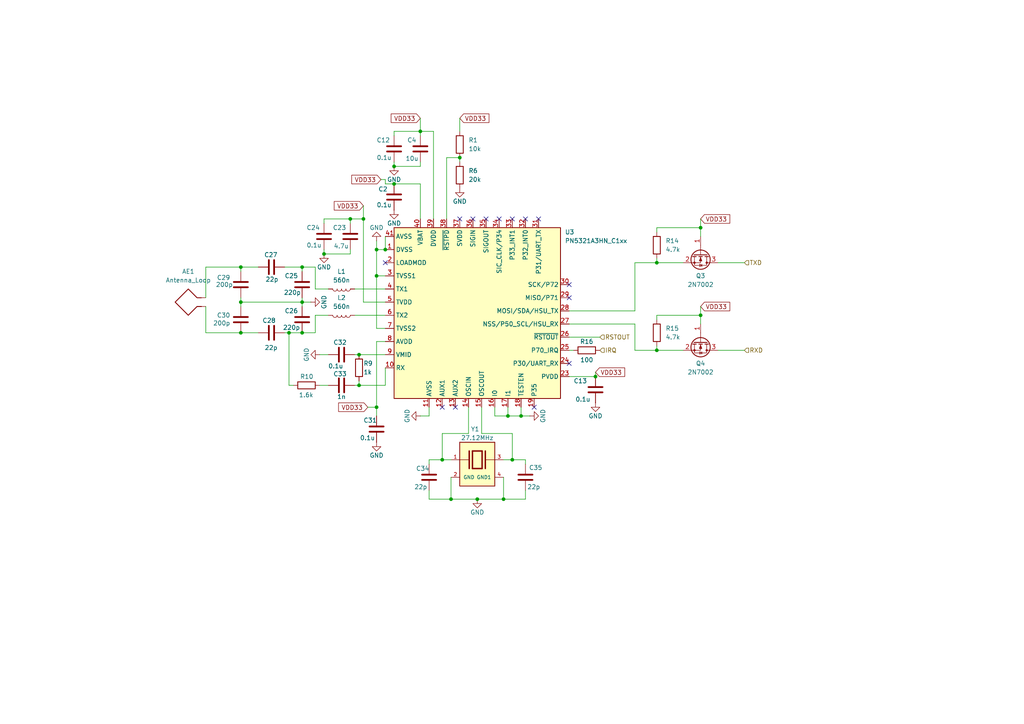
<source format=kicad_sch>
(kicad_sch (version 20250114) (generator "eeschema") (generator_version "9.0")
  (paper "A4")
  (title_block (title "RFID Module") (date "2025-07-22") (rev "1.0") (company "C. Boerner"))
  (lib_symbols
    (symbol "ABM8-27.120MHz-10-B1U-T:ABM8-27.120MHz-10-B1U-T" (pin_names (offset 1.016))
      (property "Reference" "Y1" (at 0 10.16 0))
      (property "Value" "ABM8-27.120MHz-10-B1U-T" (at 0 7.62 0))
      (symbol "ABM8-27.120MHz-10-B1U-T_0_0"
        (polyline (pts (xy -5.08 0) (xy -2.54 0)) (stroke (width 0.1524)))
        (rectangle (start -5.08 -7.62) (end 5.08 5.08) (stroke (width 0.254)) (fill (type background)))
        (polyline (pts (xy -2.3368 2.54) (xy -2.3368 -2.54)) (stroke (width 0.4064)))
        (polyline (pts (xy -1.397 2.54) (xy -1.397 -2.54)) (stroke (width 0.4064)))
        (polyline (pts (xy -1.397 2.54) (xy 1.397 2.54)) (stroke (width 0.4064)))
        (polyline (pts (xy 1.397 2.54) (xy 1.397 -2.54)) (stroke (width 0.4064)))
        (polyline (pts (xy 1.397 -2.54) (xy -1.397 -2.54)) (stroke (width 0.4064)))
        (polyline (pts (xy 2.3368 2.54) (xy 2.3368 -2.54)) (stroke (width 0.4064)))
        (polyline (pts (xy 2.54 0) (xy 5.08 0)) (stroke (width 0.1524)))
        (pin passive line (at -7.62 0 0) (length 2.54) (name "~") (number "1"))
        (pin power_in line (at -7.62 -5.08 0) (length 2.54) (name "GND") (number "2"))
        (pin passive line (at 7.62 0 180) (length 2.54) (name "~") (number "3"))
      )
      (symbol "ABM8-27.120MHz-10-B1U-T_1_0"
        (pin power_in line (at 7.62 -5.08 180) (length 2.54) (name "GND1") (number "4"))
      )
    )
    (symbol "Device:Antenna_Loop" (pin_numbers (hide yes)) (pin_names (offset 1.016) (hide yes))
      (property "Reference" "AE" (at 1.27 6.35 0))
      (property "Value" "Antenna_Loop" (at 1.27 5.08 0))
      (symbol "Antenna_Loop_0_1"
        (polyline (pts (xy 2.54 -3.81) (xy 2.54 -2.54) (xy 5.08 0) (xy 1.27 3.81) (xy -2.54 0) (xy 0 -2.54) (xy 0 -3.81)) (stroke (width 0.254)))
      )
      (symbol "Antenna_Loop_1_1"
        (pin input line (at 0 -5.08 90) (length 2.54) (name "~") (number "1"))
        (pin input line (at 2.54 -5.08 90) (length 2.54) (name "~") (number "2"))
      )
    )
    (symbol "Device:C" (pin_numbers (hide yes)) (pin_names (offset 0.254))
      (property "Reference" "C" (at 0.635 2.54 0))
      (property "Value" "C" (at 0.635 -2.54 0))
      (symbol "C_0_1"
        (polyline (pts (xy -2.032 0.762) (xy 2.032 0.762)) (stroke (width 0.508)))
        (polyline (pts (xy -2.032 -0.762) (xy 2.032 -0.762)) (stroke (width 0.508)))
      )
      (symbol "C_1_1"
        (pin passive line (at 0 3.81 270) (length 2.794) (name "~") (number "1"))
        (pin passive line (at 0 -3.81 90) (length 2.794) (name "~") (number "2"))
      )
    )
    (symbol "Device:L" (pin_numbers (hide yes)) (pin_names (offset 1.016) (hide yes))
      (property "Reference" "L" (at -1.27 0 90))
      (property "Value" "L" (at 1.905 0 90))
      (symbol "L_0_1"
        (arc (start 0 2.54) (mid 0.6323 1.905) (end 0 1.27))
        (arc (start 0 1.27) (mid 0.6323 0.635) (end 0 0))
        (arc (start 0 0) (mid 0.6323 -0.635) (end 0 -1.27))
        (arc (start 0 -1.27) (mid 0.6323 -1.905) (end 0 -2.54))
      )
      (symbol "L_1_1"
        (pin passive line (at 0 3.81 270) (length 1.27) (name "1") (number "1"))
        (pin passive line (at 0 -3.81 90) (length 1.27) (name "2") (number "2"))
      )
    )
    (symbol "Device:R" (pin_numbers (hide yes)) (pin_names (offset 0))
      (property "Reference" "R" (at 2.032 0 90))
      (property "Value" "R" (at 0 0 90))
      (symbol "R_0_1"
        (rectangle (start -1.016 -2.54) (end 1.016 2.54) (stroke (width 0.254)))
      )
      (symbol "R_1_1"
        (pin passive line (at 0 3.81 270) (length 1.27) (name "~") (number "1"))
        (pin passive line (at 0 -3.81 90) (length 1.27) (name "~") (number "2"))
      )
    )
    (symbol "RF_NFC:PN5321A3HN_C1xx"
      (property "Reference" "U3" (at 31.75 29.21 0))
      (property "Value" "PN5321A3HN_C1xx" (at 31.75 26.67 0))
      (symbol "PN5321A3HN_C1xx_0_1"
        (rectangle (start -17.78 30.48) (end 30.48 -19.05) (stroke (width 0.254)) (fill (type background)))
      )
      (symbol "PN5321A3HN_C1xx_1_1"
        (pin passive line (at -20.32 27.94 0) (length 2.54) (name "AVSS") (number "41"))
        (pin power_in line (at -20.32 24.13 0) (length 2.54) (name "DVSS") (number "1"))
        (pin output line (at -20.32 20.32 0) (length 2.54) (name "LOADMOD") (number "2"))
        (pin power_in line (at -20.32 16.51 0) (length 2.54) (name "TVSS1") (number "3"))
        (pin output line (at -20.32 12.7 0) (length 2.54) (name "TX1") (number "4"))
        (pin power_in line (at -20.32 8.89 0) (length 2.54) (name "TVDD") (number "5"))
        (pin output line (at -20.32 5.08 0) (length 2.54) (name "TX2") (number "6"))
        (pin power_in line (at -20.32 1.27 0) (length 2.54) (name "TVSS2") (number "7"))
        (pin power_in line (at -20.32 -2.54 0) (length 2.54) (name "AVDD") (number "8"))
        (pin output line (at -20.32 -6.35 0) (length 2.54) (name "VMID") (number "9"))
        (pin input line (at -20.32 -10.16 0) (length 2.54) (name "RX") (number "10"))
        (pin power_in line (at -10.16 33.02 270) (length 2.54) (name "VBAT") (number "40"))
        (pin power_in line (at -7.62 -21.59 90) (length 2.54) (name "AVSS") (number "11"))
        (pin power_out line (at -6.35 33.02 270) (length 2.54) (name "DVDD") (number "39"))
        (pin output line (at -3.81 -21.59 90) (length 2.54) (name "AUX1") (number "12"))
        (pin input line (at -2.54 33.02 270) (length 2.54) (name "~{RSTPD}") (number "38"))
        (pin output line (at 0 -21.59 90) (length 2.54) (name "AUX2") (number "13"))
        (pin output line (at 1.27 33.02 270) (length 2.54) (name "SVDD") (number "37"))
        (pin input line (at 3.81 -21.59 90) (length 2.54) (name "OSCIN") (number "14"))
        (pin input line (at 5.08 33.02 270) (length 2.54) (name "SIGIN") (number "36"))
        (pin output line (at 7.62 -21.59 90) (length 2.54) (name "OSCOUT") (number "15"))
        (pin output line (at 8.89 33.02 270) (length 2.54) (name "SIGOUT") (number "35"))
        (pin passive line (at 11.43 -21.59 90) (length 2.54) (name "I0") (number "16"))
        (pin bidirectional line (at 12.7 33.02 270) (length 2.54) (name "SIC_CLK/P34") (number "34"))
        (pin passive line (at 15.24 -21.59 90) (length 2.54) (name "I1") (number "17"))
        (pin bidirectional line (at 16.51 33.02 270) (length 2.54) (name "P33_INT1") (number "33"))
        (pin no_connect line (at 17.78 -2.54 180) (length 2.54) (hide yes) (name "N.C.") (number "20"))
        (pin no_connect line (at 17.78 -5.08 180) (length 2.54) (hide yes) (name "N.C.") (number "21"))
        (pin no_connect line (at 17.78 -7.62 180) (length 2.54) (hide yes) (name "N.C.") (number "22"))
        (pin passive line (at 19.05 -21.59 90) (length 2.54) (name "TESTEN") (number "18"))
        (pin bidirectional line (at 20.32 33.02 270) (length 2.54) (name "P32_INT0") (number "32"))
        (pin bidirectional line (at 22.86 -21.59 90) (length 2.54) (name "P35") (number "19"))
        (pin bidirectional line (at 24.13 33.02 270) (length 2.54) (name "P31/UART_TX") (number "31"))
        (pin bidirectional line (at 33.02 13.97 180) (length 2.54) (name "SCK/P72") (number "30"))
        (pin bidirectional line (at 33.02 10.16 180) (length 2.54) (name "MISO/P71") (number "29"))
        (pin bidirectional line (at 33.02 6.35 180) (length 2.54) (name "MOSI/SDA/HSU_TX") (number "28"))
        (pin bidirectional line (at 33.02 2.54 180) (length 2.54) (name "NSS/P50_SCL/HSU_RX") (number "27"))
        (pin output line (at 33.02 -1.27 180) (length 2.54) (name "~{RSTOUT}") (number "26"))
        (pin bidirectional line (at 33.02 -5.08 180) (length 2.54) (name "P70_IRQ") (number "25"))
        (pin bidirectional line (at 33.02 -8.89 180) (length 2.54) (name "P30/UART_RX") (number "24"))
        (pin power_in line (at 33.02 -12.7 180) (length 2.54) (name "PVDD") (number "23"))
      )
    )
    (symbol "Transistor_FET:2N7002" (pin_names (offset 0) (hide yes))
      (property "Reference" "Q" (at 5.08 1.905 0))
      (property "Value" "2N7002" (at 5.08 0 0))
      (symbol "2N7002_0_1"
        (polyline (pts (xy 0.254 1.905) (xy 0.254 -1.905)) (stroke (width 0.254)))
        (polyline (pts (xy 0.254 0) (xy -2.54 0)))
        (polyline (pts (xy 0.762 2.286) (xy 0.762 1.27)) (stroke (width 0.254)))
        (polyline (pts (xy 0.762 0.508) (xy 0.762 -0.508)) (stroke (width 0.254)))
        (polyline (pts (xy 0.762 -1.27) (xy 0.762 -2.286)) (stroke (width 0.254)))
        (polyline (pts (xy 0.762 -1.778) (xy 3.302 -1.778) (xy 3.302 1.778) (xy 0.762 1.778)))
        (polyline (pts (xy 1.016 0) (xy 2.032 0.381) (xy 2.032 -0.381) (xy 1.016 0)) (fill (type outline)))
        (circle (center 1.651 0) (radius 2.794) (stroke (width 0.254)))
        (polyline (pts (xy 2.54 2.54) (xy 2.54 1.778)))
        (circle (center 2.54 1.778) (radius 0.254) (fill (type outline)))
        (circle (center 2.54 -1.778) (radius 0.254) (fill (type outline)))
        (polyline (pts (xy 2.54 -2.54) (xy 2.54 0) (xy 0.762 0)))
        (polyline (pts (xy 2.921 0.381) (xy 3.683 0.381)))
        (polyline (pts (xy 3.302 0.381) (xy 2.921 -0.254) (xy 3.683 -0.254) (xy 3.302 0.381)))
      )
      (symbol "2N7002_1_1"
        (pin input line (at -5.08 0 0) (length 2.54) (name "G") (number "1"))
        (pin passive line (at 2.54 5.08 270) (length 2.54) (name "D") (number "3"))
        (pin passive line (at 2.54 -5.08 90) (length 2.54) (name "S") (number "2"))
      )
    )
    (symbol "power:GND" (power) (pin_numbers (hide yes)) (pin_names (offset 0) (hide yes))
      (property "Value" "GND" (at 0 -3.81 0))
      (symbol "GND_0_1"
        (polyline (pts (xy 0 0) (xy 0 -1.27) (xy 1.27 -1.27) (xy 0 -2.54) (xy -1.27 -1.27) (xy 0 -1.27)))
      )
      (symbol "GND_1_1"
        (pin power_in line (at 0 0 270) (length 0) (name "~") (number "1"))
      )
    )
  )
  (junction (at 146.05 144.78))
  (junction (at 87.63 77.47))
  (junction (at 111.76 72.39))
  (junction (at 104.14 102.87))
  (junction (at 114.3 48.26))
  (junction (at 109.22 80.01))
  (junction (at 69.85 96.52))
  (junction (at 87.63 87.63))
  (junction (at 172.72 109.22))
  (junction (at 105.41 63.5))
  (junction (at 69.85 77.47))
  (junction (at 109.22 118.11))
  (junction (at 87.63 96.52))
  (junction (at 203.2 66.04))
  (junction (at 203.2 91.44))
  (junction (at 114.3 53.34))
  (junction (at 138.43 144.78))
  (junction (at 93.98 73.66))
  (junction (at 147.32 120.65))
  (junction (at 101.6 63.5))
  (junction (at 190.5 101.6))
  (junction (at 83.82 96.52))
  (junction (at 130.81 144.78))
  (junction (at 151.13 120.65))
  (junction (at 148.59 133.35))
  (junction (at 128.27 133.35))
  (junction (at 104.14 111.76))
  (junction (at 109.22 72.39))
  (junction (at 69.85 87.63))
  (junction (at 190.5 76.2))
  (junction (at 121.92 38.1))
  (junction (at 133.35 45.72))
  (no_connect (at 156.21 63.5))
  (no_connect (at 152.4 63.5))
  (no_connect (at 128.27 118.11))
  (no_connect (at 133.35 63.5))
  (no_connect (at 111.76 76.2))
  (no_connect (at 165.1 86.36))
  (no_connect (at 137.16 63.5))
  (no_connect (at 140.97 63.5))
  (no_connect (at 165.1 82.55))
  (no_connect (at 148.59 63.5))
  (no_connect (at 132.08 118.11))
  (no_connect (at 154.94 118.11))
  (no_connect (at 144.78 63.5))
  (no_connect (at 165.1 105.41))
  (wire (pts (xy 165.1 90.17) (xy 184.15 90.17)))
  (wire (pts (xy 129.54 63.5) (xy 129.54 45.72)))
  (wire (pts (xy 87.63 87.63) (xy 90.17 87.63)))
  (wire (pts (xy 203.2 91.44) (xy 203.2 93.98)))
  (wire (pts (xy 105.41 59.69) (xy 105.41 63.5)))
  (wire (pts (xy 153.67 120.65) (xy 151.13 120.65)))
  (wire (pts (xy 146.05 144.78) (xy 138.43 144.78)))
  (wire (pts (xy 128.27 125.73) (xy 128.27 133.35)))
  (wire (pts (xy 111.76 95.25) (xy 109.22 95.25)))
  (wire (pts (xy 91.44 77.47) (xy 87.63 77.47)))
  (wire (pts (xy 102.87 102.87) (xy 104.14 102.87)))
  (wire (pts (xy 147.32 120.65) (xy 151.13 120.65)))
  (wire (pts (xy 93.98 73.66) (xy 101.6 73.66)))
  (wire (pts (xy 114.3 38.1) (xy 121.92 38.1)))
  (wire (pts (xy 102.87 111.76) (xy 104.14 111.76)))
  (wire (pts (xy 83.82 96.52) (xy 87.63 96.52)))
  (wire (pts (xy 203.2 88.9) (xy 203.2 91.44)))
  (wire (pts (xy 101.6 73.66) (xy 101.6 72.39)))
  (wire (pts (xy 151.13 120.65) (xy 151.13 118.11)))
  (wire (pts (xy 165.1 97.79) (xy 173.99 97.79)))
  (wire (pts (xy 105.41 63.5) (xy 101.6 63.5)))
  (wire (pts (xy 148.59 133.35) (xy 152.4 133.35)))
  (wire (pts (xy 101.6 63.5) (xy 93.98 63.5)))
  (wire (pts (xy 111.76 106.68) (xy 111.76 111.76)))
  (wire (pts (xy 109.22 72.39) (xy 109.22 80.01)))
  (wire (pts (xy 111.76 111.76) (xy 104.14 111.76)))
  (wire (pts (xy 91.44 96.52) (xy 91.44 91.44)))
  (wire (pts (xy 124.46 142.24) (xy 124.46 144.78)))
  (wire (pts (xy 190.5 101.6) (xy 198.12 101.6)))
  (wire (pts (xy 114.3 48.26) (xy 121.92 48.26)))
  (wire (pts (xy 83.82 96.52) (xy 82.55 96.52)))
  (wire (pts (xy 104.14 102.87) (xy 111.76 102.87)))
  (wire (pts (xy 121.92 38.1) (xy 121.92 39.37)))
  (wire (pts (xy 121.92 38.1) (xy 125.73 38.1)))
  (wire (pts (xy 109.22 72.39) (xy 111.76 72.39)))
  (wire (pts (xy 165.1 101.6) (xy 166.37 101.6)))
  (wire (pts (xy 124.46 118.11) (xy 124.46 120.65)))
  (wire (pts (xy 106.68 118.11) (xy 109.22 118.11)))
  (wire (pts (xy 109.22 80.01) (xy 109.22 95.25)))
  (wire (pts (xy 59.69 77.47) (xy 69.85 77.47)))
  (wire (pts (xy 124.46 120.65) (xy 121.92 120.65)))
  (wire (pts (xy 203.2 66.04) (xy 203.2 68.58)))
  (wire (pts (xy 208.28 76.2) (xy 215.9 76.2)))
  (wire (pts (xy 147.32 118.11) (xy 147.32 120.65)))
  (wire (pts (xy 109.22 99.06) (xy 109.22 118.11)))
  (wire (pts (xy 69.85 77.47) (xy 69.85 78.74)))
  (wire (pts (xy 129.54 45.72) (xy 133.35 45.72)))
  (wire (pts (xy 114.3 38.1) (xy 114.3 39.37)))
  (wire (pts (xy 87.63 96.52) (xy 91.44 96.52)))
  (wire (pts (xy 101.6 63.5) (xy 101.6 64.77)))
  (wire (pts (xy 114.3 53.34) (xy 121.92 53.34)))
  (wire (pts (xy 91.44 91.44) (xy 95.25 91.44)))
  (wire (pts (xy 93.98 72.39) (xy 93.98 73.66)))
  (wire (pts (xy 190.5 100.33) (xy 190.5 101.6)))
  (wire (pts (xy 190.5 91.44) (xy 203.2 91.44)))
  (wire (pts (xy 190.5 76.2) (xy 198.12 76.2)))
  (wire (pts (xy 69.85 87.63) (xy 69.85 88.9)))
  (wire (pts (xy 184.15 93.98) (xy 184.15 101.6)))
  (wire (pts (xy 143.51 120.65) (xy 147.32 120.65)))
  (wire (pts (xy 135.89 118.11) (xy 135.89 125.73)))
  (wire (pts (xy 83.82 96.52) (xy 83.82 111.76)))
  (wire (pts (xy 152.4 144.78) (xy 146.05 144.78)))
  (wire (pts (xy 95.25 83.82) (xy 91.44 83.82)))
  (wire (pts (xy 87.63 86.36) (xy 87.63 87.63)))
  (wire (pts (xy 109.22 118.11) (xy 109.22 120.65)))
  (wire (pts (xy 69.85 96.52) (xy 74.93 96.52)))
  (wire (pts (xy 184.15 76.2) (xy 190.5 76.2)))
  (wire (pts (xy 124.46 144.78) (xy 130.81 144.78)))
  (wire (pts (xy 102.87 91.44) (xy 111.76 91.44)))
  (wire (pts (xy 105.41 87.63) (xy 105.41 63.5)))
  (wire (pts (xy 208.28 101.6) (xy 215.9 101.6)))
  (wire (pts (xy 111.76 87.63) (xy 105.41 87.63)))
  (wire (pts (xy 69.85 87.63) (xy 87.63 87.63)))
  (wire (pts (xy 109.22 80.01) (xy 111.76 80.01)))
  (wire (pts (xy 87.63 87.63) (xy 87.63 88.9)))
  (wire (pts (xy 143.51 118.11) (xy 143.51 120.65)))
  (wire (pts (xy 121.92 46.99) (xy 121.92 48.26)))
  (wire (pts (xy 203.2 63.5) (xy 203.2 66.04)))
  (wire (pts (xy 130.81 144.78) (xy 138.43 144.78)))
  (wire (pts (xy 69.85 86.36) (xy 69.85 87.63)))
  (wire (pts (xy 146.05 138.43) (xy 146.05 144.78)))
  (wire (pts (xy 152.4 142.24) (xy 152.4 144.78)))
  (wire (pts (xy 190.5 67.31) (xy 190.5 66.04)))
  (wire (pts (xy 85.09 111.76) (xy 83.82 111.76)))
  (wire (pts (xy 114.3 46.99) (xy 114.3 48.26)))
  (wire (pts (xy 111.76 52.07) (xy 110.49 52.07)))
  (wire (pts (xy 92.71 102.87) (xy 95.25 102.87)))
  (wire (pts (xy 121.92 34.29) (xy 121.92 38.1)))
  (wire (pts (xy 104.14 110.49) (xy 104.14 111.76)))
  (wire (pts (xy 165.1 109.22) (xy 172.72 109.22)))
  (wire (pts (xy 184.15 90.17) (xy 184.15 76.2)))
  (wire (pts (xy 124.46 133.35) (xy 128.27 133.35)))
  (wire (pts (xy 125.73 38.1) (xy 125.73 63.5)))
  (wire (pts (xy 152.4 134.62) (xy 152.4 133.35)))
  (wire (pts (xy 148.59 133.35) (xy 146.05 133.35)))
  (wire (pts (xy 111.76 68.58) (xy 111.76 72.39)))
  (wire (pts (xy 190.5 74.93) (xy 190.5 76.2)))
  (wire (pts (xy 59.69 86.36) (xy 59.69 77.47)))
  (wire (pts (xy 139.7 118.11) (xy 139.7 125.73)))
  (wire (pts (xy 74.93 77.47) (xy 69.85 77.47)))
  (wire (pts (xy 87.63 77.47) (xy 87.63 78.74)))
  (wire (pts (xy 165.1 93.98) (xy 184.15 93.98)))
  (wire (pts (xy 91.44 83.82) (xy 91.44 77.47)))
  (wire (pts (xy 92.71 111.76) (xy 95.25 111.76)))
  (wire (pts (xy 133.35 45.72) (xy 133.35 46.99)))
  (wire (pts (xy 93.98 63.5) (xy 93.98 64.77)))
  (wire (pts (xy 109.22 69.85) (xy 109.22 72.39)))
  (wire (pts (xy 184.15 101.6) (xy 190.5 101.6)))
  (wire (pts (xy 133.35 34.29) (xy 133.35 38.1)))
  (wire (pts (xy 124.46 134.62) (xy 124.46 133.35)))
  (wire (pts (xy 102.87 83.82) (xy 111.76 83.82)))
  (wire (pts (xy 128.27 133.35) (xy 130.81 133.35)))
  (wire (pts (xy 111.76 53.34) (xy 114.3 53.34)))
  (wire (pts (xy 190.5 66.04) (xy 203.2 66.04)))
  (wire (pts (xy 190.5 92.71) (xy 190.5 91.44)))
  (wire (pts (xy 82.55 77.47) (xy 87.63 77.47)))
  (wire (pts (xy 139.7 125.73) (xy 148.59 125.73)))
  (wire (pts (xy 111.76 52.07) (xy 111.76 53.34)))
  (wire (pts (xy 121.92 53.34) (xy 121.92 63.5)))
  (wire (pts (xy 130.81 138.43) (xy 130.81 144.78)))
  (wire (pts (xy 172.72 107.95) (xy 172.72 109.22)))
  (wire (pts (xy 148.59 125.73) (xy 148.59 133.35)))
  (wire (pts (xy 59.69 96.52) (xy 69.85 96.52)))
  (wire (pts (xy 135.89 125.73) (xy 128.27 125.73)))
  (wire (pts (xy 59.69 88.9) (xy 59.69 96.52)))
  (wire (pts (xy 109.22 99.06) (xy 111.76 99.06)))
  (global_label "VDD33" (shape input) (at 110.49 52.07 180) (property "Intersheetrefs" "${INTERSHEET_REFS}" (effects (hide yes))))
  (global_label "VDD33" (shape input) (at 203.2 88.9 0) (property "Intersheetrefs" "${INTERSHEET_REFS}" (effects (hide yes))))
  (global_label "VDD33" (shape input) (at 133.35 34.29 0) (property "Intersheetrefs" "${INTERSHEET_REFS}" (effects (hide yes))))
  (global_label "VDD33" (shape input) (at 203.2 63.5 0) (property "Intersheetrefs" "${INTERSHEET_REFS}" (effects (hide yes))))
  (global_label "VDD33" (shape input) (at 121.92 34.29 180) (property "Intersheetrefs" "${INTERSHEET_REFS}" (effects (hide yes))))
  (global_label "VDD33" (shape input) (at 106.68 118.11 180) (property "Intersheetrefs" "${INTERSHEET_REFS}" (effects (hide yes))))
  (global_label "VDD33" (shape input) (at 172.72 107.95 0) (property "Intersheetrefs" "${INTERSHEET_REFS}" (effects (hide yes))))
  (global_label "VDD33" (shape input) (at 105.41 59.69 180) (property "Intersheetrefs" "${INTERSHEET_REFS}" (effects (hide yes))))
  (hierarchical_label "RSTOUT" (shape input) (at 173.99 97.79 0))
  (hierarchical_label "RXD" (shape input) (at 215.9 101.6 0))
  (hierarchical_label "TXD" (shape input) (at 215.9 76.2 0))
  (hierarchical_label "IRQ" (shape input) (at 173.99 101.6 0))
  (symbol (lib_id "Device:C") (at 172.72 113.03 0) (unit 1)
    (property "Reference" "C13" (at 166.37 110.49 0) (effects (justify left)))
    (property "Value" "0.1u" (at 166.878 115.824 0) (effects (justify left)))
    (property "Description" "Unpolarized capacitor" (effects (hide yes)))
  )
  (symbol (lib_id "power:GND") (at 90.17 87.63 90) (unit 1)
    (property "Reference" "#PWR028" (effects (hide yes)))
    (property "Value" "GND" (at 93.98 87.63 0))
    (property "Description" "Power symbol creates a global label with name \"GND\" , ground" (effects (hide yes)))
  )
  (symbol (lib_id "power:GND") (at 114.3 60.96 0) (unit 1)
    (property "Reference" "#PWR018" (effects (hide yes)))
    (property "Value" "GND" (at 114.3 64.77 0))
    (property "Description" "Power symbol creates a global label with name \"GND\" , ground" (effects (hide yes)))
  )
  (symbol (lib_id "Device:R") (at 104.14 106.68 180) (unit 1)
    (property "Reference" "R9" (at 105.41 105.41 0) (effects (justify right)))
    (property "Value" "1k" (at 105.41 107.95 0) (effects (justify right)))
    (property "Description" "Resistor" (effects (hide yes)))
  )
  (symbol (lib_id "power:GND") (at 109.22 69.85 180) (unit 1)
    (property "Reference" "#PWR026" (effects (hide yes)))
    (property "Value" "GND" (at 109.22 66.04 0))
    (property "Description" "Power symbol creates a global label with name \"GND\" , ground" (effects (hide yes)))
  )
  (symbol (lib_id "power:GND") (at 172.72 116.84 0) (unit 1)
    (property "Reference" "#PWR021" (effects (hide yes)))
    (property "Value" "GND" (at 172.72 120.65 0))
    (property "Description" "Power symbol creates a global label with name \"GND\" , ground" (effects (hide yes)))
  )
  (symbol (lib_id "power:GND") (at 92.71 102.87 270) (unit 1)
    (property "Reference" "#PWR030" (effects (hide yes)))
    (property "Value" "GND" (at 88.9 102.87 0))
    (property "Description" "Power symbol creates a global label with name \"GND\" , ground" (effects (hide yes)))
  )
  (symbol (lib_id "Device:C") (at 109.22 124.46 0) (unit 1)
    (property "Reference" "C31" (at 105.41 121.92 0) (effects (justify left)))
    (property "Value" "0.1u" (at 104.394 127 0) (effects (justify left)))
    (property "Description" "Unpolarized capacitor" (effects (hide yes)))
  )
  (symbol (lib_id "Device:C") (at 99.06 102.87 90) (unit 1)
    (property "Reference" "C32" (at 100.584 99.314 90) (effects (justify left)))
    (property "Value" "0.1u" (at 99.568 106.172 90) (effects (justify left)))
    (property "Description" "Unpolarized capacitor" (effects (hide yes)))
  )
  (symbol (lib_id "Device:C") (at 69.85 92.71 180) (unit 1)
    (property "Reference" "C30" (at 66.802 91.44 0) (effects (justify left)))
    (property "Value" "200p" (at 66.802 93.726 0) (effects (justify left)))
    (property "Description" "Unpolarized capacitor" (effects (hide yes)))
  )
  (symbol (lib_id "Device:L") (at 99.06 91.44 270) (unit 1)
    (property "Reference" "L2" (at 99.06 86.36 90))
    (property "Value" "560n" (at 99.06 88.9 90))
    (property "Description" "Inductor" (effects (hide yes)))
  )
  (symbol (lib_id "Device:R") (at 190.5 71.12 180) (unit 1)
    (property "Reference" "R14" (at 193.04 69.8499 0) (effects (justify right)))
    (property "Value" "4.7k" (at 193.04 72.3899 0) (effects (justify right)))
    (property "Description" "Resistor" (effects (hide yes)))
  )
  (symbol (lib_id "Device:C") (at 124.46 138.43 0) (unit 1)
    (property "Reference" "C34" (at 120.65 135.89 0) (effects (justify left)))
    (property "Value" "22p" (at 120.142 141.224 0) (effects (justify left)))
    (property "Description" "Unpolarized capacitor" (effects (hide yes)))
  )
  (symbol (lib_id "power:GND") (at 121.92 120.65 270) (unit 1)
    (property "Reference" "#PWR025" (effects (hide yes)))
    (property "Value" "GND" (at 118.11 120.65 0))
    (property "Description" "Power symbol creates a global label with name \"GND\" , ground" (effects (hide yes)))
  )
  (symbol (lib_id "Device:C") (at 114.3 43.18 0) (unit 1)
    (property "Reference" "C12" (at 109.22 40.64 0) (effects (justify left)))
    (property "Value" "0.1u" (at 109.22 45.72 0) (effects (justify left)))
    (property "Description" "Unpolarized capacitor" (effects (hide yes)))
  )
  (symbol (lib_id "Device:C") (at 78.74 96.52 90) (unit 1)
    (property "Reference" "C28" (at 80.01 92.964 90) (effects (justify left)))
    (property "Value" "22p" (at 80.518 100.838 90) (effects (justify left)))
    (property "Description" "Unpolarized capacitor" (effects (hide yes)))
  )
  (symbol (lib_id "power:GND") (at 133.35 54.61 0) (unit 1)
    (property "Reference" "#PWR020" (effects (hide yes)))
    (property "Value" "GND" (at 133.35 58.42 0))
    (property "Description" "Power symbol creates a global label with name \"GND\" , ground" (effects (hide yes)))
  )
  (symbol (lib_id "Device:C") (at 114.3 57.15 0) (unit 1)
    (property "Reference" "C2" (at 109.728 54.864 0) (effects (justify left)))
    (property "Value" "0.1u" (at 109.22 59.436 0) (effects (justify left)))
    (property "Description" "Unpolarized capacitor" (effects (hide yes)))
  )
  (symbol (lib_id "power:GND") (at 114.3 48.26 0) (unit 1)
    (property "Reference" "#PWR019" (effects (hide yes)))
    (property "Value" "GND" (at 114.3 52.07 0))
    (property "Description" "Power symbol creates a global label with name \"GND\" , ground" (effects (hide yes)))
  )
  (symbol (lib_id "Device:Antenna_Loop") (at 54.61 88.9 90) (unit 1)
    (property "Reference" "AE1" (at 54.61 78.74 90))
    (property "Value" "Antenna_Loop" (at 54.61 81.28 90))
    (property "Description" "Loop antenna" (effects (hide yes)))
  )
  (symbol (lib_id "Device:L") (at 99.06 83.82 270) (unit 1)
    (property "Reference" "L1" (at 99.06 78.74 90))
    (property "Value" "560n" (at 99.06 81.28 90))
    (property "Description" "Inductor" (effects (hide yes)))
  )
  (symbol (lib_id "Device:R") (at 133.35 41.91 180) (unit 1)
    (property "Reference" "R1" (at 135.89 40.6399 0) (effects (justify right)))
    (property "Value" "10k" (at 135.89 43.1799 0) (effects (justify right)))
    (property "Description" "Resistor" (effects (hide yes)))
  )
  (symbol (lib_id "Device:R") (at 88.9 111.76 270) (unit 1)
    (property "Reference" "R10" (at 90.932 109.22 90) (effects (justify right)))
    (property "Value" "1.6k" (at 90.932 114.554 90) (effects (justify right)))
    (property "Description" "Resistor" (effects (hide yes)))
  )
  (symbol (lib_id "ABM8-27.120MHz-10-B1U-T:ABM8-27.120MHz-10-B1U-T") (at 138.43 133.35 0) (unit 1)
    (property "Reference" "Y1" (at 137.795 124.46 0))
    (property "Value" "27.12MHz" (at 138.43 127 0))
    (property "Footprint" "ABM8-27.120MHz-10-B1U-T:XTAL_ABM8-27.120MHz-10-B1U-T" (effects (hide yes)))
    (property "PARTREV" "44041" (effects (hide yes)))
    (property "STANDARD" "Manufacturer Recommendations" (effects (hide yes)))
    (property "MAXIMUM_PACKAGE_HEIGHT" "0.8 mm" (effects (hide yes)))
    (property "MANUFACTURER" "Abracon" (effects (hide yes)))
  )
  (symbol (lib_id "Device:C") (at 87.63 92.71 0) (unit 1)
    (property "Reference" "C26" (at 82.55 90.17 0) (effects (justify left)))
    (property "Value" "220p" (at 82.042 94.996 0) (effects (justify left)))
    (property "Description" "Unpolarized capacitor" (effects (hide yes)))
  )
  (symbol (lib_id "power:GND") (at 138.43 144.78 0) (unit 1)
    (property "Reference" "#PWR031" (effects (hide yes)))
    (property "Value" "GND" (at 138.43 148.59 0))
    (property "Description" "Power symbol creates a global label with name \"GND\" , ground" (effects (hide yes)))
  )
  (symbol (lib_id "power:GND") (at 93.98 73.66 0) (unit 1)
    (property "Reference" "#PWR027" (effects (hide yes)))
    (property "Value" "GND" (at 93.98 77.47 0))
    (property "Description" "Power symbol creates a global label with name \"GND\" , ground" (effects (hide yes)))
  )
  (symbol (lib_id "Device:C") (at 87.63 82.55 0) (unit 1)
    (property "Reference" "C25" (at 82.55 80.01 0) (effects (justify left)))
    (property "Value" "220p" (at 82.296 84.836 0) (effects (justify left)))
    (property "Description" "Unpolarized capacitor" (effects (hide yes)))
  )
  (symbol (lib_id "Device:C") (at 152.4 138.43 0) (unit 1)
    (property "Reference" "C35" (at 153.416 135.636 0) (effects (justify left)))
    (property "Value" "22p" (at 152.908 141.224 0) (effects (justify left)))
    (property "Description" "Unpolarized capacitor" (effects (hide yes)))
  )
  (symbol (lib_id "Device:C") (at 78.74 77.47 90) (unit 1)
    (property "Reference" "C27" (at 80.518 73.914 90) (effects (justify left)))
    (property "Value" "22p" (at 80.772 81.026 90) (effects (justify left)))
    (property "Description" "Unpolarized capacitor" (effects (hide yes)))
  )
  (symbol (lib_id "Device:C") (at 69.85 82.55 180) (unit 1)
    (property "Reference" "C29" (at 66.802 80.518 0) (effects (justify left)))
    (property "Value" "200p" (at 67.564 82.55 0) (effects (justify left)))
    (property "Description" "Unpolarized capacitor" (effects (hide yes)))
  )
  (symbol (lib_id "Device:R") (at 170.18 101.6 270) (unit 1)
    (property "Reference" "R16" (at 170.18 99.06 90))
    (property "Value" "100" (at 170.18 104.394 90))
    (property "Description" "Resistor" (effects (hide yes)))
  )
  (symbol (lib_id "Device:C") (at 121.92 43.18 0) (unit 1)
    (property "Reference" "C4" (at 118.11 40.64 0) (effects (justify left)))
    (property "Value" "10u" (at 117.602 45.974 0) (effects (justify left)))
    (property "Description" "Unpolarized capacitor" (effects (hide yes)))
  )
  (symbol (lib_id "Transistor_FET:2N7002") (at 203.2 99.06 270) (unit 1)
    (property "Reference" "Q4" (at 203.2 105.41 90))
    (property "Value" "2N7002" (at 203.2 107.95 90))
    (property "Footprint" "Package_TO_SOT_SMD:SOT-23" (effects (hide yes)))
    (property "Datasheet" "https://www.onsemi.com/pub/Collateral/NDS7002A-D.PDF" (effects (hide yes)))
    (property "Description" "0.115A Id, 60V Vds, N-Channel MOSFET, SOT-23" (effects (hide yes)))
  )
  (symbol (lib_id "power:GND") (at 153.67 120.65 90) (unit 1)
    (property "Reference" "#PWR024" (effects (hide yes)))
    (property "Value" "GND" (at 157.48 120.65 0))
    (property "Description" "Power symbol creates a global label with name \"GND\" , ground" (effects (hide yes)))
  )
  (symbol (lib_id "Transistor_FET:2N7002") (at 203.2 73.66 270) (unit 1)
    (property "Reference" "Q3" (at 203.2 80.01 90))
    (property "Value" "2N7002" (at 203.2 82.55 90))
    (property "Footprint" "Package_TO_SOT_SMD:SOT-23" (effects (hide yes)))
    (property "Datasheet" "https://www.onsemi.com/pub/Collateral/NDS7002A-D.PDF" (effects (hide yes)))
    (property "Description" "0.115A Id, 60V Vds, N-Channel MOSFET, SOT-23" (effects (hide yes)))
  )
  (symbol (lib_id "Device:C") (at 93.98 68.58 0) (unit 1)
    (property "Reference" "C24" (at 88.9 66.04 0) (effects (justify left)))
    (property "Value" "0.1u" (at 88.9 71.12 0) (effects (justify left)))
    (property "Description" "Unpolarized capacitor" (effects (hide yes)))
  )
  (symbol (lib_id "Device:C") (at 99.06 111.76 90) (unit 1)
    (property "Reference" "C33" (at 100.584 108.458 90) (effects (justify left)))
    (property "Value" "1n" (at 100.33 115.062 90) (effects (justify left)))
    (property "Description" "Unpolarized capacitor" (effects (hide yes)))
  )
  (symbol (lib_id "RF_NFC:PN5321A3HN_C1xx") (at 132.08 96.52 0) (unit 1)
    (property "Reference" "U3" (at 163.83 67.31 0) (effects (justify left)))
    (property "Value" "PN5321A3HN_C1xx" (at 163.83 69.85 0) (effects (justify left)))
    (property "Footprint" "Package_DFN_QFN:HVQFN-40-1EP_6x6mm_P0.5mm_EP4.1x4.1mm" (effects (hide yes)))
    (property "Datasheet" "https://www.nxp.com/docs/en/nxp/data-sheets/PN532_C1.pdf" (effects (hide yes)))
    (property "Description" "Near Field Communication (NFC) controller, QFN-40" (effects (hide yes)))
  )
  (symbol (lib_id "power:GND") (at 109.22 128.27 0) (unit 1)
    (property "Reference" "#PWR029" (effects (hide yes)))
    (property "Value" "GND" (at 109.22 132.08 0))
    (property "Description" "Power symbol creates a global label with name \"GND\" , ground" (effects (hide yes)))
  )
  (symbol (lib_id "Device:R") (at 190.5 96.52 180) (unit 1)
    (property "Reference" "R15" (at 193.04 95.2499 0) (effects (justify right)))
    (property "Value" "4.7k" (at 193.04 97.7899 0) (effects (justify right)))
    (property "Description" "Resistor" (effects (hide yes)))
  )
  (symbol (lib_id "Device:C") (at 101.6 68.58 0) (unit 1)
    (property "Reference" "C23" (at 96.52 66.04 0) (effects (justify left)))
    (property "Value" "4.7u" (at 96.774 71.374 0) (effects (justify left)))
    (property "Description" "Unpolarized capacitor" (effects (hide yes)))
  )
  (symbol (lib_id "Device:R") (at 133.35 50.8 180) (unit 1)
    (property "Reference" "R6" (at 135.89 49.5299 0) (effects (justify right)))
    (property "Value" "20k" (at 135.89 52.0699 0) (effects (justify right)))
    (property "Description" "Resistor" (effects (hide yes)))
  )
)
</source>
